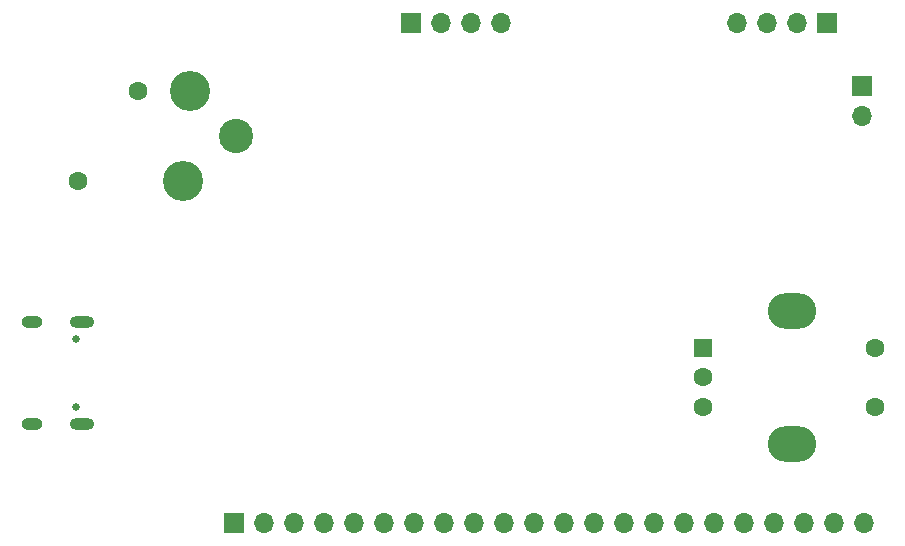
<source format=gbs>
G04 #@! TF.GenerationSoftware,KiCad,Pcbnew,7.0.10*
G04 #@! TF.CreationDate,2024-02-24T17:37:44+01:00*
G04 #@! TF.ProjectId,rp2040-board,72703230-3430-42d6-926f-6172642e6b69,rev?*
G04 #@! TF.SameCoordinates,Original*
G04 #@! TF.FileFunction,Soldermask,Bot*
G04 #@! TF.FilePolarity,Negative*
%FSLAX46Y46*%
G04 Gerber Fmt 4.6, Leading zero omitted, Abs format (unit mm)*
G04 Created by KiCad (PCBNEW 7.0.10) date 2024-02-24 17:37:44*
%MOMM*%
%LPD*%
G01*
G04 APERTURE LIST*
G04 Aperture macros list*
%AMRoundRect*
0 Rectangle with rounded corners*
0 $1 Rounding radius*
0 $2 $3 $4 $5 $6 $7 $8 $9 X,Y pos of 4 corners*
0 Add a 4 corners polygon primitive as box body*
4,1,4,$2,$3,$4,$5,$6,$7,$8,$9,$2,$3,0*
0 Add four circle primitives for the rounded corners*
1,1,$1+$1,$2,$3*
1,1,$1+$1,$4,$5*
1,1,$1+$1,$6,$7*
1,1,$1+$1,$8,$9*
0 Add four rect primitives between the rounded corners*
20,1,$1+$1,$2,$3,$4,$5,0*
20,1,$1+$1,$4,$5,$6,$7,0*
20,1,$1+$1,$6,$7,$8,$9,0*
20,1,$1+$1,$8,$9,$2,$3,0*%
G04 Aperture macros list end*
%ADD10R,1.700000X1.700000*%
%ADD11O,1.700000X1.700000*%
%ADD12RoundRect,0.250000X-0.550000X-0.550000X0.550000X-0.550000X0.550000X0.550000X-0.550000X0.550000X0*%
%ADD13C,1.600000*%
%ADD14O,4.100000X3.000000*%
%ADD15C,3.400000*%
%ADD16C,2.900000*%
%ADD17C,0.650000*%
%ADD18O,2.100000X1.000000*%
%ADD19O,1.800000X1.000000*%
G04 APERTURE END LIST*
D10*
X119000000Y-118325000D03*
D11*
X121540000Y-118325000D03*
X124080000Y-118325000D03*
X126620000Y-118325000D03*
X129160000Y-118325000D03*
X131700000Y-118325000D03*
X134240000Y-118325000D03*
X136780000Y-118325000D03*
X139320000Y-118325000D03*
X141860000Y-118325000D03*
X144400000Y-118325000D03*
X146940000Y-118325000D03*
X149480000Y-118325000D03*
X152020000Y-118325000D03*
X154560000Y-118325000D03*
X157100000Y-118325000D03*
X159640000Y-118325000D03*
X162180000Y-118325000D03*
X164720000Y-118325000D03*
X167260000Y-118325000D03*
X169800000Y-118325000D03*
X172340000Y-118325000D03*
D10*
X169200000Y-76000000D03*
D11*
X166660000Y-76000000D03*
X164120000Y-76000000D03*
X161580000Y-76000000D03*
D12*
X158750000Y-103500000D03*
D13*
X158750000Y-108500000D03*
X158750000Y-106000000D03*
X173250000Y-103500000D03*
X173250000Y-108500000D03*
D14*
X166250000Y-100400000D03*
X166250000Y-111600000D03*
D13*
X110880000Y-81780000D03*
X105800000Y-89400000D03*
D15*
X114690000Y-89400000D03*
X115325000Y-81780000D03*
D16*
X119140000Y-85590000D03*
D17*
X105605000Y-102710000D03*
X105605000Y-108490000D03*
D18*
X106125000Y-101280000D03*
D19*
X101925000Y-101280000D03*
D18*
X106125000Y-109920000D03*
D19*
X101925000Y-109920000D03*
D10*
X172200000Y-81325000D03*
D11*
X172200000Y-83865000D03*
D10*
X134000000Y-76000000D03*
D11*
X136540000Y-76000000D03*
X139080000Y-76000000D03*
X141620000Y-76000000D03*
M02*

</source>
